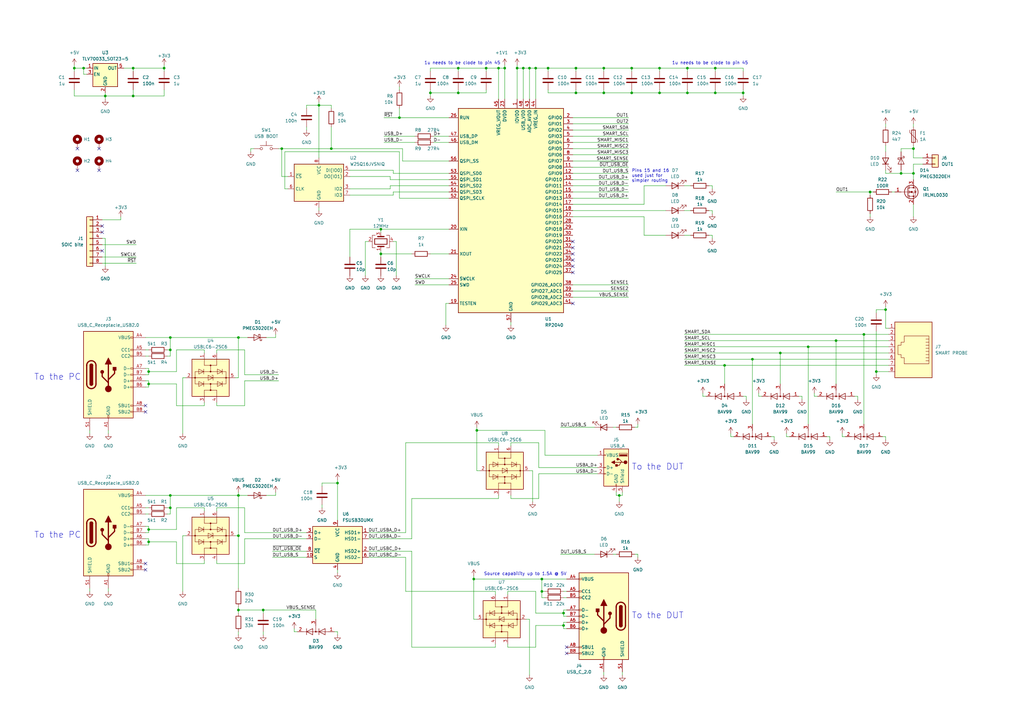
<source format=kicad_sch>
(kicad_sch (version 20211123) (generator eeschema)
  (paper "A3")
  (title_block (title "Latte") (date "2022-11-07") (rev "1.0") (company "Vojtěch Vosáhlo") (comment 1 "An open source USB latency tester"))
  (junction (at 297.18 149.86))
  (junction (at 43.18 39.37))
  (junction (at 270.51 27.94))
  (junction (at 236.22 38.1))
  (junction (at 293.37 38.1))
  (junction (at 331.47 142.24))
  (junction (at 138.43 198.12))
  (junction (at 207.01 27.94))
  (junction (at 187.96 38.1))
  (junction (at 224.79 27.94))
  (junction (at 247.65 38.1))
  (junction (at 69.85 208.28))
  (junction (at 247.65 27.94))
  (junction (at 107.95 250.19))
  (junction (at 222.25 242.57))
  (junction (at 217.17 27.94))
  (junction (at 304.8 38.1))
  (junction (at 194.31 237.49))
  (junction (at 156.21 93.98))
  (junction (at 60.96 157.48))
  (junction (at 156.21 104.14))
  (junction (at 195.58 176.53))
  (junction (at 236.22 27.94))
  (junction (at 369.57 71.12))
  (junction (at 34.29 27.94))
  (junction (at 281.94 38.1))
  (junction (at 359.41 152.4))
  (junction (at 259.08 27.94))
  (junction (at 320.04 144.78))
  (junction (at 176.53 38.1))
  (junction (at 354.33 137.16))
  (junction (at 231.14 251.46))
  (junction (at 163.83 48.26))
  (junction (at 374.65 71.12))
  (junction (at 69.85 138.43))
  (junction (at 60.96 152.4))
  (junction (at 342.9 139.7))
  (junction (at 54.61 39.37))
  (junction (at 69.85 143.51))
  (junction (at 204.47 27.94))
  (junction (at 212.09 27.94))
  (junction (at 199.39 27.94))
  (junction (at 254 203.2))
  (junction (at 97.79 203.2))
  (junction (at 281.94 27.94))
  (junction (at 214.63 27.94))
  (junction (at 69.85 203.2))
  (junction (at 308.61 147.32))
  (junction (at 356.87 78.74))
  (junction (at 54.61 27.94))
  (junction (at 135.89 60.96))
  (junction (at 293.37 27.94))
  (junction (at 363.22 127))
  (junction (at 97.79 250.19))
  (junction (at 259.08 38.1))
  (junction (at 67.31 27.94))
  (junction (at 60.96 222.25))
  (junction (at 187.96 27.94))
  (junction (at 222.25 237.49))
  (junction (at 30.48 27.94))
  (junction (at 97.79 219.71))
  (junction (at 231.14 256.54))
  (junction (at 219.71 27.94))
  (junction (at 60.96 217.17))
  (junction (at 270.51 38.1))
  (junction (at 97.79 138.43))
  (junction (at 374.65 60.96))
  (junction (at 130.81 43.18))
  (junction (at 115.57 60.96))
  (no_connect (at 31.75 60.96))
  (no_connect (at 234.95 101.6))
  (no_connect (at 59.69 231.14))
  (no_connect (at 234.95 109.22))
  (no_connect (at 59.69 233.68))
  (no_connect (at 41.91 102.87))
  (no_connect (at 59.69 166.37))
  (no_connect (at 234.95 124.46))
  (no_connect (at 232.41 267.97))
  (no_connect (at 40.64 60.96))
  (no_connect (at 234.95 104.14))
  (no_connect (at 234.95 99.06))
  (no_connect (at 40.64 69.85))
  (no_connect (at 232.41 265.43))
  (no_connect (at 41.91 95.25))
  (no_connect (at 234.95 106.68))
  (no_connect (at 234.95 111.76))
  (no_connect (at 31.75 69.85))
  (no_connect (at 59.69 168.91))
  (no_connect (at 41.91 92.71))
  (wire (pts (xy 161.29 71.12) (xy 161.29 69.85)))
  (wire (pts (xy 209.55 181.61) (xy 209.55 182.88)))
  (wire (pts (xy 160.02 76.2) (xy 160.02 77.47)))
  (wire (pts (xy 280.67 142.24) (xy 331.47 142.24)))
  (wire (pts (xy 229.87 227.33) (xy 243.84 227.33)))
  (wire (pts (xy 97.79 248.92) (xy 97.79 250.19)))
  (wire (pts (xy 363.22 180.34) (xy 363.22 179.07)))
  (wire (pts (xy 72.39 157.48) (xy 72.39 166.37)))
  (wire (pts (xy 311.15 162.56) (xy 311.15 161.29)))
  (wire (pts (xy 234.95 86.36) (xy 273.05 86.36)))
  (wire (pts (xy 222.25 237.49) (xy 194.31 237.49)))
  (wire (pts (xy 97.79 201.93) (xy 97.79 203.2)))
  (wire (pts (xy 292.1 86.36) (xy 292.1 87.63)))
  (wire (pts (xy 290.83 86.36) (xy 292.1 86.36)))
  (wire (pts (xy 161.29 99.06) (xy 162.56 99.06)))
  (wire (pts (xy 182.88 133.35) (xy 182.88 124.46)))
  (wire (pts (xy 194.31 237.49) (xy 194.31 254)))
  (wire (pts (xy 234.95 121.92) (xy 257.81 121.92)))
  (wire (pts (xy 317.5 179.07) (xy 316.23 179.07)))
  (wire (pts (xy 60.96 222.25) (xy 60.96 223.52)))
  (wire (pts (xy 176.53 39.37) (xy 176.53 38.1)))
  (wire (pts (xy 74.93 219.71) (xy 74.93 242.57)))
  (wire (pts (xy 88.9 229.87) (xy 88.9 231.14)))
  (wire (pts (xy 340.36 180.34) (xy 340.36 179.07)))
  (wire (pts (xy 59.69 223.52) (xy 60.96 223.52)))
  (wire (pts (xy 234.95 68.58) (xy 257.81 68.58)))
  (wire (pts (xy 288.29 162.56) (xy 288.29 161.29)))
  (wire (pts (xy 208.28 242.57) (xy 208.28 243.84)))
  (wire (pts (xy 168.91 226.06) (xy 168.91 265.43)))
  (wire (pts (xy 138.43 196.85) (xy 138.43 198.12)))
  (wire (pts (xy 209.55 132.08) (xy 209.55 133.35)))
  (wire (pts (xy 54.61 39.37) (xy 43.18 39.37)))
  (wire (pts (xy 378.46 64.77) (xy 374.65 64.77)))
  (wire (pts (xy 100.33 220.98) (xy 125.73 220.98)))
  (wire (pts (xy 113.03 138.43) (xy 109.22 138.43)))
  (wire (pts (xy 217.17 27.94) (xy 219.71 27.94)))
  (wire (pts (xy 351.79 162.56) (xy 350.52 162.56)))
  (wire (pts (xy 170.18 116.84) (xy 184.15 116.84)))
  (wire (pts (xy 300.99 179.07) (xy 299.72 179.07)))
  (wire (pts (xy 359.41 152.4) (xy 359.41 153.67)))
  (wire (pts (xy 72.39 166.37) (xy 83.82 166.37)))
  (wire (pts (xy 199.39 29.21) (xy 199.39 27.94)))
  (wire (pts (xy 356.87 80.01) (xy 356.87 78.74)))
  (wire (pts (xy 157.48 48.26) (xy 163.83 48.26)))
  (wire (pts (xy 328.93 163.83) (xy 328.93 162.56)))
  (wire (pts (xy 67.31 27.94) (xy 67.31 29.21)))
  (wire (pts (xy 203.2 264.16) (xy 203.2 265.43)))
  (wire (pts (xy 334.01 162.56) (xy 334.01 161.29)))
  (wire (pts (xy 160.02 72.39) (xy 160.02 73.66)))
  (wire (pts (xy 364.49 152.4) (xy 359.41 152.4)))
  (wire (pts (xy 59.69 208.28) (xy 60.96 208.28)))
  (wire (pts (xy 322.58 179.07) (xy 322.58 177.8)))
  (wire (pts (xy 247.65 275.59) (xy 247.65 276.86)))
  (wire (pts (xy 308.61 147.32) (xy 364.49 147.32)))
  (wire (pts (xy 363.22 127) (xy 363.22 134.62)))
  (wire (pts (xy 132.08 199.39) (xy 132.08 198.12)))
  (wire (pts (xy 236.22 27.94) (xy 236.22 29.21)))
  (wire (pts (xy 199.39 38.1) (xy 187.96 38.1)))
  (wire (pts (xy 72.39 222.25) (xy 72.39 231.14)))
  (wire (pts (xy 204.47 27.94) (xy 204.47 40.64)))
  (wire (pts (xy 161.29 78.74) (xy 184.15 78.74)))
  (wire (pts (xy 130.81 64.77) (xy 130.81 43.18)))
  (wire (pts (xy 234.95 63.5) (xy 257.81 63.5)))
  (wire (pts (xy 67.31 36.83) (xy 67.31 39.37)))
  (wire (pts (xy 114.3 60.96) (xy 115.57 60.96)))
  (wire (pts (xy 121.92 259.08) (xy 120.65 259.08)))
  (wire (pts (xy 207.01 26.67) (xy 207.01 27.94)))
  (wire (pts (xy 280.67 86.36) (xy 283.21 86.36)))
  (wire (pts (xy 331.47 142.24) (xy 331.47 173.99)))
  (wire (pts (xy 219.71 251.46) (xy 219.71 242.57)))
  (wire (pts (xy 130.81 43.18) (xy 125.73 43.18)))
  (wire (pts (xy 270.51 27.94) (xy 270.51 29.21)))
  (wire (pts (xy 214.63 27.94) (xy 217.17 27.94)))
  (wire (pts (xy 234.95 48.26) (xy 257.81 48.26)))
  (wire (pts (xy 270.51 27.94) (xy 281.94 27.94)))
  (wire (pts (xy 60.96 217.17) (xy 60.96 218.44)))
  (wire (pts (xy 72.39 152.4) (xy 72.39 143.51)))
  (wire (pts (xy 354.33 137.16) (xy 354.33 173.99)))
  (wire (pts (xy 335.28 162.56) (xy 334.01 162.56)))
  (wire (pts (xy 229.87 175.26) (xy 243.84 175.26)))
  (wire (pts (xy 88.9 165.1) (xy 88.9 166.37)))
  (wire (pts (xy 149.86 99.06) (xy 149.86 113.03)))
  (wire (pts (xy 261.62 227.33) (xy 261.62 228.6)))
  (wire (pts (xy 374.65 83.82) (xy 374.65 88.9)))
  (wire (pts (xy 207.01 27.94) (xy 207.01 40.64)))
  (wire (pts (xy 232.41 252.73) (xy 231.14 252.73)))
  (wire (pts (xy 157.48 58.42) (xy 170.18 58.42)))
  (wire (pts (xy 97.79 250.19) (xy 107.95 250.19)))
  (wire (pts (xy 280.67 149.86) (xy 297.18 149.86)))
  (wire (pts (xy 165.1 66.04) (xy 165.1 60.96)))
  (wire (pts (xy 374.65 64.77) (xy 374.65 60.96)))
  (wire (pts (xy 129.54 250.19) (xy 129.54 254)))
  (wire (pts (xy 59.69 153.67) (xy 60.96 153.67)))
  (wire (pts (xy 59.69 215.9) (xy 60.96 215.9)))
  (wire (pts (xy 363.22 59.69) (xy 363.22 62.23)))
  (wire (pts (xy 220.98 204.47) (xy 209.55 204.47)))
  (wire (pts (xy 116.84 77.47) (xy 118.11 77.47)))
  (wire (pts (xy 59.69 156.21) (xy 60.96 156.21)))
  (wire (pts (xy 234.95 53.34) (xy 257.81 53.34)))
  (wire (pts (xy 168.91 220.98) (xy 168.91 204.47)))
  (wire (pts (xy 151.13 226.06) (xy 168.91 226.06)))
  (wire (pts (xy 59.69 143.51) (xy 60.96 143.51)))
  (wire (pts (xy 320.04 144.78) (xy 364.49 144.78)))
  (wire (pts (xy 116.84 62.23) (xy 116.84 77.47)))
  (wire (pts (xy 107.95 250.19) (xy 129.54 250.19)))
  (wire (pts (xy 204.47 203.2) (xy 204.47 204.47)))
  (wire (pts (xy 182.88 124.46) (xy 184.15 124.46)))
  (wire (pts (xy 280.67 139.7) (xy 342.9 139.7)))
  (wire (pts (xy 215.9 254) (xy 217.17 254)))
  (wire (pts (xy 196.85 193.04) (xy 195.58 193.04)))
  (wire (pts (xy 223.52 186.69) (xy 223.52 176.53)))
  (wire (pts (xy 232.41 237.49) (xy 222.25 237.49)))
  (wire (pts (xy 68.58 146.05) (xy 69.85 146.05)))
  (wire (pts (xy 97.79 138.43) (xy 97.79 154.94)))
  (wire (pts (xy 156.21 93.98) (xy 184.15 93.98)))
  (wire (pts (xy 359.41 128.27) (xy 359.41 127)))
  (wire (pts (xy 280.67 144.78) (xy 320.04 144.78)))
  (wire (pts (xy 247.65 36.83) (xy 247.65 38.1)))
  (wire (pts (xy 363.22 50.8) (xy 363.22 52.07)))
  (wire (pts (xy 232.41 255.27) (xy 231.14 255.27)))
  (wire (pts (xy 234.95 58.42) (xy 257.81 58.42)))
  (wire (pts (xy 177.8 55.88) (xy 184.15 55.88)))
  (wire (pts (xy 72.39 231.14) (xy 83.82 231.14)))
  (wire (pts (xy 156.21 93.98) (xy 156.21 95.25)))
  (wire (pts (xy 163.83 62.23) (xy 116.84 62.23)))
  (wire (pts (xy 232.41 250.19) (xy 231.14 250.19)))
  (wire (pts (xy 292.1 96.52) (xy 292.1 97.79)))
  (wire (pts (xy 138.43 259.08) (xy 137.16 259.08)))
  (wire (pts (xy 125.73 218.44) (xy 100.33 218.44)))
  (wire (pts (xy 297.18 149.86) (xy 297.18 157.48)))
  (wire (pts (xy 36.83 241.3) (xy 36.83 242.57)))
  (wire (pts (xy 44.45 176.53) (xy 44.45 177.8)))
  (wire (pts (xy 234.95 55.88) (xy 257.81 55.88)))
  (wire (pts (xy 168.91 204.47) (xy 204.47 204.47)))
  (wire (pts (xy 328.93 162.56) (xy 327.66 162.56)))
  (wire (pts (xy 369.57 62.23) (xy 369.57 60.96)))
  (wire (pts (xy 299.72 179.07) (xy 299.72 177.8)))
  (wire (pts (xy 60.96 156.21) (xy 60.96 157.48)))
  (wire (pts (xy 231.14 256.54) (xy 219.71 256.54)))
  (wire (pts (xy 264.16 88.9) (xy 264.16 96.52)))
  (wire (pts (xy 254 205.74) (xy 254 203.2)))
  (wire (pts (xy 224.79 36.83) (xy 224.79 38.1)))
  (wire (pts (xy 60.96 151.13) (xy 60.96 152.4)))
  (wire (pts (xy 232.41 242.57) (xy 231.14 242.57)))
  (wire (pts (xy 130.81 41.91) (xy 130.81 43.18)))
  (wire (pts (xy 88.9 144.78) (xy 88.9 143.51)))
  (wire (pts (xy 59.69 151.13) (xy 60.96 151.13)))
  (wire (pts (xy 234.95 78.74) (xy 257.81 78.74)))
  (wire (pts (xy 292.1 76.2) (xy 292.1 77.47)))
  (wire (pts (xy 72.39 217.17) (xy 72.39 208.28)))
  (wire (pts (xy 168.91 265.43) (xy 203.2 265.43)))
  (wire (pts (xy 293.37 27.94) (xy 304.8 27.94)))
  (wire (pts (xy 30.48 27.94) (xy 34.29 27.94)))
  (wire (pts (xy 220.98 194.31) (xy 220.98 204.47)))
  (wire (pts (xy 135.89 43.18) (xy 135.89 44.45)))
  (wire (pts (xy 234.95 73.66) (xy 257.81 73.66)))
  (wire (pts (xy 293.37 38.1) (xy 293.37 36.83)))
  (wire (pts (xy 60.96 222.25) (xy 72.39 222.25)))
  (wire (pts (xy 135.89 52.07) (xy 135.89 60.96)))
  (wire (pts (xy 259.08 27.94) (xy 259.08 29.21)))
  (wire (pts (xy 369.57 60.96) (xy 374.65 60.96)))
  (wire (pts (xy 224.79 38.1) (xy 236.22 38.1)))
  (wire (pts (xy 217.17 193.04) (xy 218.44 193.04)))
  (wire (pts (xy 219.71 27.94) (xy 219.71 40.64)))
  (wire (pts (xy 160.02 77.47) (xy 143.51 77.47)))
  (wire (pts (xy 151.13 218.44) (xy 166.37 218.44)))
  (wire (pts (xy 223.52 242.57) (xy 222.25 242.57)))
  (wire (pts (xy 100.33 220.98) (xy 100.33 231.14)))
  (wire (pts (xy 30.48 29.21) (xy 30.48 27.94)))
  (wire (pts (xy 97.79 203.2) (xy 101.6 203.2)))
  (wire (pts (xy 252.73 203.2) (xy 254 203.2)))
  (wire (pts (xy 234.95 88.9) (xy 264.16 88.9)))
  (wire (pts (xy 270.51 36.83) (xy 270.51 38.1)))
  (wire (pts (xy 30.48 39.37) (xy 43.18 39.37)))
  (wire (pts (xy 236.22 36.83) (xy 236.22 38.1)))
  (wire (pts (xy 151.13 220.98) (xy 168.91 220.98)))
  (wire (pts (xy 161.29 71.12) (xy 184.15 71.12)))
  (wire (pts (xy 281.94 27.94) (xy 293.37 27.94)))
  (wire (pts (xy 374.65 67.31) (xy 374.65 71.12)))
  (wire (pts (xy 220.98 181.61) (xy 209.55 181.61)))
  (wire (pts (xy 234.95 71.12) (xy 257.81 71.12)))
  (wire (pts (xy 280.67 96.52) (xy 283.21 96.52)))
  (wire (pts (xy 304.8 38.1) (xy 304.8 39.37)))
  (wire (pts (xy 41.91 90.17) (xy 49.53 90.17)))
  (wire (pts (xy 100.33 143.51) (xy 100.33 153.67)))
  (wire (pts (xy 69.85 208.28) (xy 69.85 210.82)))
  (wire (pts (xy 259.08 38.1) (xy 270.51 38.1)))
  (wire (pts (xy 96.52 219.71) (xy 97.79 219.71)))
  (wire (pts (xy 270.51 38.1) (xy 281.94 38.1)))
  (wire (pts (xy 97.79 260.35) (xy 97.79 259.08)))
  (wire (pts (xy 306.07 163.83) (xy 306.07 162.56)))
  (wire (pts (xy 163.83 48.26) (xy 184.15 48.26)))
  (wire (pts (xy 219.71 256.54) (xy 219.71 265.43)))
  (wire (pts (xy 54.61 36.83) (xy 54.61 39.37)))
  (wire (pts (xy 247.65 27.94) (xy 259.08 27.94)))
  (wire (pts (xy 234.95 81.28) (xy 257.81 81.28)))
  (wire (pts (xy 255.27 275.59) (xy 255.27 276.86)))
  (wire (pts (xy 236.22 38.1) (xy 247.65 38.1)))
  (wire (pts (xy 68.58 208.28) (xy 69.85 208.28)))
  (wire (pts (xy 245.11 186.69) (xy 223.52 186.69)))
  (wire (pts (xy 259.08 36.83) (xy 259.08 38.1)))
  (wire (pts (xy 194.31 236.22) (xy 194.31 237.49)))
  (wire (pts (xy 163.83 44.45) (xy 163.83 48.26)))
  (wire (pts (xy 363.22 69.85) (xy 363.22 71.12)))
  (wire (pts (xy 195.58 175.26) (xy 195.58 176.53)))
  (wire (pts (xy 264.16 96.52) (xy 273.05 96.52)))
  (wire (pts (xy 163.83 81.28) (xy 163.83 62.23)))
  (wire (pts (xy 231.14 250.19) (xy 231.14 251.46)))
  (wire (pts (xy 44.45 241.3) (xy 44.45 242.57)))
  (wire (pts (xy 176.53 36.83) (xy 176.53 38.1)))
  (wire (pts (xy 261.62 173.99) (xy 261.62 175.26)))
  (wire (pts (xy 187.96 38.1) (xy 176.53 38.1)))
  (wire (pts (xy 356.87 87.63) (xy 356.87 88.9)))
  (wire (pts (xy 356.87 78.74) (xy 358.14 78.74)))
  (wire (pts (xy 97.79 138.43) (xy 101.6 138.43)))
  (wire (pts (xy 113.03 137.16) (xy 113.03 138.43)))
  (wire (pts (xy 74.93 154.94) (xy 74.93 177.8)))
  (wire (pts (xy 254 203.2) (xy 255.27 203.2)))
  (wire (pts (xy 97.79 250.19) (xy 97.79 251.46)))
  (wire (pts (xy 67.31 26.67) (xy 67.31 27.94)))
  (wire (pts (xy 281.94 36.83) (xy 281.94 38.1)))
  (wire (pts (xy 100.33 156.21) (xy 100.33 166.37)))
  (wire (pts (xy 232.41 245.11) (xy 231.14 245.11)))
  (wire (pts (xy 125.73 53.34) (xy 125.73 52.07)))
  (wire (pts (xy 83.82 166.37) (xy 83.82 165.1)))
  (wire (pts (xy 162.56 99.06) (xy 162.56 113.03)))
  (wire (pts (xy 212.09 27.94) (xy 214.63 27.94)))
  (wire (pts (xy 68.58 210.82) (xy 69.85 210.82)))
  (wire (pts (xy 68.58 143.51) (xy 69.85 143.51)))
  (wire (pts (xy 60.96 152.4) (xy 72.39 152.4)))
  (wire (pts (xy 88.9 209.55) (xy 88.9 208.28)))
  (wire (pts (xy 138.43 233.68) (xy 138.43 234.95)))
  (wire (pts (xy 102.87 60.96) (xy 102.87 62.23)))
  (wire (pts (xy 255.27 201.93) (xy 255.27 203.2)))
  (wire (pts (xy 115.57 72.39) (xy 118.11 72.39)))
  (wire (pts (xy 207.01 27.94) (xy 204.47 27.94)))
  (wire (pts (xy 59.69 210.82) (xy 60.96 210.82)))
  (wire (pts (xy 100.33 156.21) (xy 114.3 156.21)))
  (wire (pts (xy 354.33 137.16) (xy 364.49 137.16)))
  (wire (pts (xy 187.96 27.94) (xy 199.39 27.94)))
  (wire (pts (xy 297.18 149.86) (xy 364.49 149.86)))
  (wire (pts (xy 143.51 93.98) (xy 156.21 93.98)))
  (wire (pts (xy 160.02 76.2) (xy 184.15 76.2)))
  (wire (pts (xy 312.42 162.56) (xy 311.15 162.56)))
  (wire (pts (xy 166.37 242.57) (xy 203.2 242.57)))
  (wire (pts (xy 138.43 198.12) (xy 138.43 213.36)))
  (wire (pts (xy 208.28 265.43) (xy 208.28 264.16)))
  (wire (pts (xy 222.25 242.57) (xy 222.25 245.11)))
  (wire (pts (xy 176.53 104.14) (xy 184.15 104.14)))
  (wire (pts (xy 204.47 27.94) (xy 199.39 27.94)))
  (wire (pts (xy 55.88 105.41) (xy 41.91 105.41)))
  (wire (pts (xy 163.83 35.56) (xy 163.83 36.83)))
  (wire (pts (xy 43.18 109.22) (xy 43.18 97.79)))
  (wire (pts (xy 217.17 27.94) (xy 217.17 40.64)))
  (wire (pts (xy 260.35 175.26) (xy 261.62 175.26)))
  (wire (pts (xy 60.96 217.17) (xy 72.39 217.17)))
  (wire (pts (xy 369.57 69.85) (xy 369.57 71.12)))
  (wire (pts (xy 247.65 29.21) (xy 247.65 27.94)))
  (wire (pts (xy 308.61 147.32) (xy 308.61 173.99)))
  (wire (pts (xy 363.22 71.12) (xy 369.57 71.12)))
  (wire (pts (xy 166.37 181.61) (xy 204.47 181.61)))
  (wire (pts (xy 290.83 76.2) (xy 292.1 76.2)))
  (wire (pts (xy 293.37 27.94) (xy 293.37 29.21)))
  (wire (pts (xy 135.89 43.18) (xy 130.81 43.18)))
  (wire (pts (xy 251.46 175.26) (xy 252.73 175.26)))
  (wire (pts (xy 50.8 27.94) (xy 54.61 27.94)))
  (wire (pts (xy 135.89 60.96) (xy 115.57 60.96)))
  (wire (pts (xy 166.37 228.6) (xy 151.13 228.6)))
  (wire (pts (xy 234.95 76.2) (xy 257.81 76.2)))
  (wire (pts (xy 107.95 250.19) (xy 107.95 251.46)))
  (wire (pts (xy 69.85 138.43) (xy 97.79 138.43)))
  (wire (pts (xy 374.65 71.12) (xy 374.65 73.66)))
  (wire (pts (xy 346.71 179.07) (xy 345.44 179.07)))
  (wire (pts (xy 234.95 83.82) (xy 264.16 83.82)))
  (wire (pts (xy 49.53 88.9) (xy 49.53 90.17)))
  (wire (pts (xy 100.33 153.67) (xy 114.3 153.67)))
  (wire (pts (xy 304.8 38.1) (xy 304.8 36.83)))
  (wire (pts (xy 224.79 29.21) (xy 224.79 27.94)))
  (wire (pts (xy 30.48 36.83) (xy 30.48 39.37)))
  (wire (pts (xy 54.61 27.94) (xy 67.31 27.94)))
  (wire (pts (xy 187.96 27.94) (xy 176.53 27.94)))
  (wire (pts (xy 212.09 40.64) (xy 212.09 27.94)))
  (wire (pts (xy 351.79 163.83) (xy 351.79 162.56)))
  (wire (pts (xy 83.82 143.51) (xy 83.82 144.78)))
  (wire (pts (xy 306.07 162.56) (xy 304.8 162.56)))
  (wire (pts (xy 281.94 27.94) (xy 281.94 29.21)))
  (wire (pts (xy 323.85 179.07) (xy 322.58 179.07)))
  (wire (pts (xy 113.03 203.2) (xy 109.22 203.2)))
  (wire (pts (xy 55.88 107.95) (xy 41.91 107.95)))
  (wire (pts (xy 143.51 80.01) (xy 161.29 80.01)))
  (wire (pts (xy 83.82 208.28) (xy 83.82 209.55)))
  (wire (pts (xy 156.21 102.87) (xy 156.21 104.14)))
  (wire (pts (xy 232.41 257.81) (xy 231.14 257.81)))
  (wire (pts (xy 378.46 67.31) (xy 374.65 67.31)))
  (wire (pts (xy 111.76 226.06) (xy 125.73 226.06)))
  (wire (pts (xy 317.5 180.34) (xy 317.5 179.07)))
  (wire (pts (xy 130.81 85.09) (xy 130.81 86.36)))
  (wire (pts (xy 160.02 73.66) (xy 184.15 73.66)))
  (wire (pts (xy 342.9 78.74) (xy 356.87 78.74)))
  (wire (pts (xy 60.96 220.98) (xy 60.96 222.25)))
  (wire (pts (xy 156.21 104.14) (xy 156.21 105.41)))
  (wire (pts (xy 293.37 38.1) (xy 304.8 38.1)))
  (wire (pts (xy 165.1 66.04) (xy 184.15 66.04)))
  (wire (pts (xy 231.14 251.46) (xy 219.71 251.46)))
  (wire (pts (xy 35.56 30.48) (xy 34.29 30.48)))
  (wire (pts (xy 222.25 237.49) (xy 222.25 242.57)))
  (wire (pts (xy 195.58 254) (xy 194.31 254)))
  (wire (pts (xy 374.65 59.69) (xy 374.65 60.96)))
  (wire (pts (xy 97.79 219.71) (xy 97.79 241.3)))
  (wire (pts (xy 247.65 38.1) (xy 259.08 38.1)))
  (wire (pts (xy 219.71 27.94) (xy 224.79 27.94)))
  (wire (pts (xy 59.69 203.2) (xy 69.85 203.2)))
  (wire (pts (xy 113.03 201.93) (xy 113.03 203.2)))
  (wire (pts (xy 111.76 228.6) (xy 125.73 228.6)))
  (wire (pts (xy 163.83 81.28) (xy 184.15 81.28)))
  (wire (pts (xy 76.2 219.71) (xy 74.93 219.71)))
  (wire (pts (xy 280.67 137.16) (xy 354.33 137.16)))
  (wire (pts (xy 72.39 208.28) (xy 83.82 208.28)))
  (wire (pts (xy 165.1 60.96) (xy 135.89 60.96)))
  (wire (pts (xy 363.22 179.07) (xy 361.95 179.07)))
  (wire (pts (xy 76.2 154.94) (xy 74.93 154.94)))
  (wire (pts (xy 365.76 78.74) (xy 367.03 78.74)))
  (wire (pts (xy 203.2 243.84) (xy 203.2 242.57)))
  (wire (pts (xy 359.41 135.89) (xy 359.41 152.4)))
  (wire (pts (xy 166.37 242.57) (xy 166.37 228.6)))
  (wire (pts (xy 59.69 158.75) (xy 60.96 158.75)))
  (wire (pts (xy 138.43 260.35) (xy 138.43 259.08)))
  (wire (pts (xy 304.8 27.94) (xy 304.8 29.21)))
  (wire (pts (xy 59.69 146.05) (xy 60.96 146.05)))
  (wire (pts (xy 60.96 152.4) (xy 60.96 153.67)))
  (wire (pts (xy 36.83 176.53) (xy 36.83 177.8)))
  (wire (pts (xy 166.37 218.44) (xy 166.37 181.61)))
  (wire (pts (xy 204.47 182.88) (xy 204.47 181.61)))
  (wire (pts (xy 195.58 176.53) (xy 223.52 176.53)))
  (wire (pts (xy 236.22 27.94) (xy 247.65 27.94)))
  (wire (pts (xy 234.95 60.96) (xy 257.81 60.96)))
  (wire (pts (xy 69.85 203.2) (xy 97.79 203.2)))
  (wire (pts (xy 67.31 39.37) (xy 54.61 39.37)))
  (wire (pts (xy 289.56 162.56) (xy 288.29 162.56)))
  (wire (pts (xy 252.73 201.93) (xy 252.73 203.2)))
  (wire (pts (xy 359.41 127) (xy 363.22 127)))
  (wire (pts (xy 60.96 157.48) (xy 60.96 158.75)))
  (wire (pts (xy 170.18 114.3) (xy 184.15 114.3)))
  (wire (pts (xy 34.29 27.94) (xy 35.56 27.94)))
  (wire (pts (xy 259.08 27.94) (xy 270.51 27.94)))
  (wire (pts (xy 220.98 191.77) (xy 220.98 181.61)))
  (wire (pts (xy 234.95 119.38) (xy 257.81 119.38)))
  (wire (pts (xy 224.79 27.94) (xy 236.22 27.94)))
  (wire (pts (xy 342.9 139.7) (xy 342.9 157.48)))
  (wire (pts (xy 177.8 58.42) (xy 184.15 58.42)))
  (wire (pts (xy 72.39 143.51) (xy 83.82 143.51)))
  (wire (pts (xy 125.73 43.18) (xy 125.73 44.45)))
  (wire (pts (xy 100.33 166.37) (xy 88.9 166.37)))
  (wire (pts (xy 260.35 227.33) (xy 261.62 227.33)))
  (wire (pts (xy 290.83 96.52) (xy 292.1 96.52)))
  (wire (pts (xy 374.65 50.8) (xy 374.65 52.07)))
  (wire (pts (xy 34.29 30.48) (xy 34.29 27.94)))
  (wire (pts (xy 100.33 208.28) (xy 100.33 218.44)))
  (wire (pts (xy 187.96 29.21) (xy 187.96 27.94)))
  (wire (pts (xy 107.95 259.08) (xy 107.95 260.35)))
  (wire (pts (xy 43.18 39.37) (xy 43.18 40.64)))
  (wire (pts (xy 43.18 39.37) (xy 43.18 38.1)))
  (wire (pts (xy 220.98 191.77) (xy 245.11 191.77)))
  (wire (pts (xy 187.96 36.83) (xy 187.96 38.1)))
  (wire (pts (xy 209.55 204.47) (xy 209.55 203.2)))
  (wire (pts (xy 218.44 193.04) (xy 218.44 205.74)))
  (wire (pts (xy 55.88 100.33) (xy 41.91 100.33)))
  (wire (pts (xy 54.61 27.94) (xy 54.61 29.21)))
  (wire (pts (xy 363.22 134.62) (xy 364.49 134.62)))
  (wire (pts (xy 231.14 251.46) (xy 231.14 252.73)))
  (wire (pts (xy 69.85 138.43) (xy 69.85 143.51)))
  (wire (pts (xy 97.79 203.2) (xy 97.79 219.71)))
  (wire (pts (xy 281.94 38.1) (xy 293.37 38.1)))
  (wire (pts (xy 157.48 55.88) (xy 170.18 55.88)))
  (wire (pts (xy 369.57 71.12) (xy 374.65 71.12)))
  (wire (pts (xy 161.29 69.85) (xy 143.51 69.85)))
  (wire (pts (xy 234.95 116.84) (xy 257.81 116.84)))
  (wire (pts (xy 59.69 138.43) (xy 69.85 138.43)))
  (wire (pts (xy 60.96 215.9) (xy 60.96 217.17)))
  (wire (pts (xy 120.65 259.08) (xy 120.65 257.81)))
  (wire (pts (xy 156.21 104.14) (xy 168.91 104.14)))
  (wire (pts (xy 151.13 99.06) (xy 149.86 99.06)))
  (wire (pts (xy 280.67 147.32) (xy 308.61 147.32)))
  (wire (pts (xy 176.53 29.21) (xy 176.53 27.94)))
  (wire (pts (xy 320.04 144.78) (xy 320.04 157.48)))
  (wire (pts (xy 223.52 245.11) (xy 222.25 245.11)))
  (wire (pts (xy 115.57 60.96) (xy 115.57 72.39)))
  (wire (pts (xy 43.18 97.79) (xy 41.91 97.79)))
  (wire (pts (xy 342.9 139.7) (xy 364.49 139.7)))
  (wire (pts (xy 331.47 142.24) (xy 364.49 142.24)))
  (wire (pts (xy 143.51 105.41) (xy 143.51 93.98)))
  (wire (pts (xy 132.08 208.28) (xy 132.08 207.01)))
  (wire (pts (xy 199.39 36.83) (xy 199.39 38.1)))
  (wire (pts (xy 219.71 242.57) (xy 208.28 242.57)))
  (wire (pts (xy 214.63 27.94) (xy 214.63 40.64)))
  (wire (pts (xy 143.51 72.39) (xy 160.02 72.39)))
  (wire (pts (xy 30.48 26.67) (xy 30.48 27.94)))
  (wire (pts (xy 234.95 50.8) (xy 257.81 50.8)))
  (wire (pts (xy 345.44 179.07) (xy 345.44 177.8)))
  (wire (pts (xy 231.14 255.27) (xy 231.14 256.54)))
  (wire (pts (xy 231.14 256.54) (xy 231.14 257.81)))
  (wire (pts (xy 100.33 208.28) (xy 88.9 208.28)))
  (wire (pts (xy 161.29 80.01) (xy 161.29 78.74)))
  (wire (pts (xy 100.33 143.51) (xy 88.9 143.51)))
  (wire (pts (xy 220.98 194.31) (xy 245.11 194.31)))
  (wire (pts (xy 280.67 76.2) (xy 283.21 76.2)))
  (wire (pts (xy 264.16 76.2) (xy 273.05 76.2)))
  (wire (pts (xy 59.69 218.44) (xy 60.96 218.44)))
  (wire (pts (xy 69.85 143.51) (xy 69.85 146.05)))
  (wire (pts (xy 69.85 203.2) (xy 69.85 208.28)))
  (wire (pts (xy 59.69 220.98) (xy 60.96 220.98)))
  (wire (pts (xy 96.52 154.94) (xy 97.79 154.94)))
  (wire (pts (xy 363.22 125.73) (xy 363.22 127)))
  (wire (pts (xy 195.58 176.53) (xy 195.58 193.04)))
  (wire (pts (xy 100.33 231.14) (xy 88.9 231.14)))
  (wire (pts (xy 217.17 254) (xy 217.17 276.86)))
  (wire (pts (xy 60.96 157.48) (xy 72.39 157.48)))
  (wire (pts (xy 212.09 26.67) (xy 212.09 27.94)))
  (wire (pts (xy 264.16 83.82) (xy 264.16 76.2)))
  (wire (pts (xy 132.08 198.12) (xy 138.43 198.12)))
  (wire (pts (xy 83.82 231.14) (xy 83.82 229.87)))
  (wire (pts (xy 104.14 60.96) (xy 102.87 60.96)))
  (wire (pts (xy 340.36 179.07) (xy 339.09 179.07)))
  (wire (pts (xy 219.71 265.43) (xy 208.28 265.43)))
  (wire (pts (xy 251.46 227.33) (xy 252.73 227.33)))
  (wire (pts (xy 234.95 66.04) (xy 257.81 66.04)))
  (text "1u needs to be clode to pin 45\n" (at 275.59 26.67 0) (effects (font (size 1.27 1.27)) (justify left bottom)))
  (text "To the PC" (at 13.97 156.21 0) (effects (font (size 2.54 2.54)) (justify left bottom)))
  (text "Pins 15 and 16\nused just for\nsimpler routing\n" (at 259.08 74.93 0) (effects (font (size 1.27 1.27)) (justify left bottom)))
  (text "Source capability up to 1.5A @ 5V" (at 232.41 236.22 180) (effects (font (size 1.27 1.27)) (justify right bottom)))
  (text "1u needs to be clode to pin 45\n" (at 173.99 26.67 0) (effects (font (size 1.27 1.27)) (justify left bottom)))
  (text "To the DUT" (at 259.08 193.04 0) (effects (font (size 2.54 2.54)) (justify left bottom)))
  (text "To the PC" (at 13.97 220.98 0) (effects (font (size 2.54 2.54)) (justify left bottom)))
  (text "To the DUT" (at 259.08 254 0) (effects (font (size 2.54 2.54)) (justify left bottom)))
  (label "DUT_USB_D+" (at 257.81 81.28 180))
  (label "DUT_USB_S" (at 229.87 175.26 0))
  (label "SMART_SDA" (at 257.81 53.34 180))
  (label "USB_D-" (at 114.3 153.67 180))
  (label "SMART_MISC3" (at 257.81 63.5 180))
  (label "SMART_MISC1" (at 280.67 142.24 0))
  (label "SENSE2" (at 257.81 119.38 180))
  (label "SMART_SCL" (at 257.81 55.88 180))
  (label "D-" (at 177.8 58.42 0))
  (label "~{RST}" (at 55.88 107.95 180))
  (label "USB_D+" (at 157.48 55.88 0))
  (label "DUT_USBC_D+" (at 151.13 226.06 0))
  (label "SMART_MISC3" (at 280.67 147.32 0))
  (label "SMART_SENSE" (at 257.81 66.04 180))
  (label "SMART_MISC2" (at 280.67 144.78 0))
  (label "USB_D+" (at 114.3 156.21 180))
  (label "SWD" (at 170.18 116.84 0))
  (label "~{DUT_USB_OE}" (at 257.81 68.58 180))
  (label "DUT_USBC_D-" (at 151.13 228.6 0))
  (label "SENSE1" (at 257.81 116.84 180))
  (label "USBA_D+" (at 245.11 191.77 180))
  (label "DUT_USB_S" (at 257.81 71.12 180))
  (label "SWD" (at 55.88 100.33 180))
  (label "USB_D-" (at 157.48 58.42 0))
  (label "USBA_D-" (at 245.11 194.31 180))
  (label "SWCLK" (at 55.88 105.41 180))
  (label "SMART_MISC2" (at 257.81 60.96 180))
  (label "DUT_USB_S" (at 111.76 228.6 0))
  (label "VBUS_SENSE" (at 257.81 121.92 180))
  (label "D+" (at 177.8 55.88 0))
  (label "~{DUT_USB_OE}" (at 111.76 226.06 0))
  (label "DUT_USB_D-" (at 257.81 76.2 180))
  (label "OUT2" (at 257.81 50.8 180))
  (label "OUT1" (at 342.9 78.74 0))
  (label "DUT_USB_D+" (at 257.81 73.66 180))
  (label "SMART_SCL" (at 280.67 139.7 0))
  (label "DUT_USB_D+" (at 111.76 218.44 0))
  (label "SMART_MISC1" (at 257.81 58.42 180))
  (label "DUT_USB_S" (at 229.87 227.33 0))
  (label "~{RST}" (at 157.48 48.26 0))
  (label "SMART_SDA" (at 280.67 137.16 0))
  (label "SMART_SENSE" (at 280.67 149.86 0))
  (label "OUT1" (at 257.81 48.26 180))
  (label "DUT_USBA_D+" (at 151.13 218.44 0))
  (label "DUT_USBA_D-" (at 151.13 220.98 0))
  (label "DUT_USB_D-" (at 111.76 220.98 0))
  (label "DUT_USB_D-" (at 257.81 78.74 180))
  (label "SWCLK" (at 170.18 114.3 0))
  (label "VBUS_SENSE" (at 129.54 250.19 180))
  (symbol (lib_id "Device:C") (at 143.51 109.22 0) (unit 1)
    (property "Reference" "C5" (at 146.05 107.95 0) (effects (justify left)))
    (property "Value" "10p" (at 146.05 110.49 0) (effects (justify left)))
    (property "Footprint" "Capacitor_SMD:C_0603_1608Metric" (effects hide))
  )
  (symbol (lib_id "Regulator_Linear:TLV70033_SOT23-5") (at 43.18 30.48 0) (unit 1)
    (property "Reference" "U3" (at 43.18 21.59 0))
    (property "Value" "TLV70033_SOT23-5" (at 43.18 24.13 0))
    (property "Footprint" "Package_TO_SOT_SMD:SOT-23-5" (effects hide))
    (property "Datasheet" "http://www.ti.com/lit/ds/symlink/tlv700.pdf" (effects hide))
  )
  (symbol (lib_id "power:GND") (at 36.83 242.57 0) (mirror y) (unit 1)
    (property "Reference" "#PWR0125" (effects hide))
    (property "Value" "GND" (at 36.83 247.65 0))
  )
  (symbol (lib_id "Device:R") (at 287.02 96.52 90) (unit 1)
    (property "Reference" "R19" (at 287.02 91.44 90))
    (property "Value" "1k" (at 287.02 93.98 90))
    (property "Footprint" "Resistor_SMD:R_0603_1608Metric" (effects hide))
  )
  (symbol (lib_id "Diode:PMEG3020EH") (at 369.57 66.04 270) (unit 1)
    (property "Reference" "D14" (at 377.19 69.85 90) (effects (justify left)))
    (property "Value" "PMEG3020EH" (at 377.19 72.39 90) (effects (justify left)))
    (property "Footprint" "Diode_SMD:D_SOD-123F" (effects hide))
    (property "Datasheet" "https://assets.nexperia.com/documents/data-sheet/PMEG3020EH_EJ.pdf" (effects hide))
  )
  (symbol (lib_id "power:GND") (at 102.87 62.23 0) (mirror y) (unit 1)
    (property "Reference" "#PWR0134" (effects hide))
    (property "Value" "GND" (at 102.87 67.31 0))
  )
  (symbol (lib_id "power:VBUS") (at 97.79 201.93 0) (unit 1)
    (property "Reference" "#PWR0110" (effects hide))
    (property "Value" "VBUS" (at 97.79 196.85 0))
  )
  (symbol (lib_id "onsemi:FSUSB30UMX") (at 138.43 223.52 0) (unit 1)
    (property "Reference" "U6" (at 140.4494 210.82 0) (effects (justify left)))
    (property "Value" "FSUSB30UMX" (at 140.4494 213.36 0) (effects (justify left)))
    (property "Footprint" "Package_DFN_QFN:UQFN-10_1.3x1.8mm_P0.4mm" (effects hide))
  )
  (symbol (lib_id "Transistor_FET:IRLML0030") (at 372.11 78.74 0) (unit 1)
    (property "Reference" "Q1" (at 378.46 77.4699 0) (effects (justify left)))
    (property "Value" "IRLML0030" (at 378.46 80.0099 0) (effects (justify left)))
    (property "Footprint" "Package_TO_SOT_SMD:SOT-23" (effects hide))
    (property "Datasheet" "https://www.infineon.com/dgdl/irlml0030pbf.pdf?fileId=5546d462533600a401535664773825df" (effects hide))
  )
  (symbol (lib_id "Device:C") (at 30.48 33.02 0) (mirror x) (unit 1)
    (property "Reference" "C1" (at 26.67 31.7499 0) (effects (justify right)))
    (property "Value" "1u" (at 26.67 34.2899 0) (effects (justify right)))
    (property "Footprint" "Capacitor_SMD:C_0603_1608Metric" (effects hide))
  )
  (symbol (lib_id "power:+3V3") (at 363.22 125.73 0) (unit 1)
    (property "Reference" "#PWR0142" (effects hide))
    (property "Value" "+3V3" (at 363.22 120.65 0))
  )
  (symbol (lib_id "Device:C") (at 247.65 33.02 0) (unit 1)
    (property "Reference" "C12" (at 251.46 31.7499 0) (effects (justify left)))
    (property "Value" "100n" (at 251.46 34.2899 0) (effects (justify left)))
    (property "Footprint" "Capacitor_SMD:C_0603_1608Metric" (effects hide))
  )
  (symbol (lib_id "power:GND") (at 107.95 260.35 0) (mirror y) (unit 1)
    (property "Reference" "#PWR0141" (effects hide))
    (property "Value" "GND" (at 107.95 265.43 0))
  )
  (symbol (lib_id "power:GND") (at 340.36 180.34 0) (mirror y) (unit 1)
    (property "Reference" "#PWR0146" (effects hide))
    (property "Value" "GND" (at 340.36 185.42 0))
  )
  (symbol (lib_id "power:+1V1") (at 207.01 26.67 0) (mirror y) (unit 1)
    (property "Reference" "#PWR0108" (effects hide))
    (property "Value" "+1V1" (at 205.74 21.59 0))
  )
  (symbol (lib_id "Device:C") (at 270.51 33.02 0) (unit 1)
    (property "Reference" "C14" (at 274.32 31.7499 0) (effects (justify left)))
    (property "Value" "100n" (at 274.32 34.2899 0) (effects (justify left)))
    (property "Footprint" "Capacitor_SMD:C_0603_1608Metric" (effects hide))
  )
  (symbol (lib_id "power:GND") (at 356.87 88.9 0) (mirror y) (unit 1)
    (property "Reference" "#PWR010" (effects hide))
    (property "Value" "GND" (at 356.87 93.98 0))
  )
  (symbol (lib_id "MCU_RaspberryPi:RP2040") (at 209.55 86.36 0) (unit 1)
    (property "Reference" "U1" (at 223.52 130.81 0) (effects (justify left)))
    (property "Value" "RP2040" (at 223.52 133.35 0) (effects (justify left)))
    (property "Footprint" "Package_DFN_QFN:QFN-56-1EP_7x7mm_P0.4mm_EP3.2x3.2mm" (effects hide))
    (property "Datasheet" "https://datasheets.raspberrypi.com/rp2040/rp2040-datasheet.pdf" (effects hide))
  )
  (symbol (lib_id "Device:R") (at 64.77 146.05 270) (mirror x) (unit 1)
    (property "Reference" "R4" (at 67.31 148.59 90))
    (property "Value" "5k1" (at 62.23 148.59 90))
    (property "Footprint" "Resistor_SMD:R_0603_1608Metric" (effects hide))
  )
  (symbol (lib_id "Power_Protection:USBLC6-2SC6") (at 86.36 154.94 270) (unit 1)
    (property "Reference" "U4" (at 86.36 139.7 90))
    (property "Value" "USBLC6-2SC6" (at 86.36 142.24 90))
    (property "Footprint" "Package_TO_SOT_SMD:SOT-23-6" (effects hide))
    (property "Datasheet" "https://www.st.com/resource/en/datasheet/usblc6-2.pdf" (effects hide))
  )
  (symbol (lib_id "Device:R") (at 287.02 76.2 90) (unit 1)
    (property "Reference" "R17" (at 287.02 71.12 90))
    (property "Value" "1k" (at 287.02 73.66 90))
    (property "Footprint" "Resistor_SMD:R_0603_1608Metric" (effects hide))
  )
  (symbol (lib_id "power:GND") (at 44.45 177.8 0) (mirror y) (unit 1)
    (property "Reference" "#PWR0126" (effects hide))
    (property "Value" "GND" (at 44.45 182.88 0))
  )
  (symbol (lib_id "power:GND") (at 306.07 163.83 0) (mirror y) (unit 1)
    (property "Reference" "#PWR0154" (effects hide))
    (property "Value" "GND" (at 306.07 168.91 0))
  )
  (symbol (lib_id "Device:C") (at 54.61 33.02 0) (unit 1)
    (property "Reference" "C2" (at 58.42 31.7499 0) (effects (justify left)))
    (property "Value" "100n" (at 58.42 34.2899 0) (effects (justify left)))
    (property "Footprint" "Capacitor_SMD:C_0603_1608Metric" (effects hide))
  )
  (symbol (lib_id "Power_Protection:USBLC6-2SC6") (at 86.36 219.71 270) (unit 1)
    (property "Reference" "U5" (at 86.36 204.47 90))
    (property "Value" "USBLC6-2SC6" (at 86.36 207.01 90))
    (property "Footprint" "Package_TO_SOT_SMD:SOT-23-6" (effects hide))
    (property "Datasheet" "https://www.st.com/resource/en/datasheet/usblc6-2.pdf" (effects hide))
  )
  (symbol (lib_id "Device:R") (at 135.89 48.26 0) (unit 1)
    (property "Reference" "R5" (at 138.43 46.9899 0) (effects (justify left)))
    (property "Value" "10k" (at 138.43 49.5299 0) (effects (justify left)))
    (property "Footprint" "Resistor_SMD:R_0603_1608Metric" (effects hide))
  )
  (symbol (lib_id "Diode:BAV99") (at 308.61 179.07 180) (unit 1)
    (property "Reference" "D11" (at 308.61 182.88 0))
    (property "Value" "BAV99" (at 308.61 185.42 0))
    (property "Footprint" "Package_TO_SOT_SMD:SOT-23" (effects hide))
    (property "Datasheet" "https://assets.nexperia.com/documents/data-sheet/BAV99_SER.pdf" (effects hide))
  )
  (symbol (lib_id "power:GND") (at 254 205.74 0) (unit 1)
    (property "Reference" "#PWR0120" (effects hide))
    (property "Value" "GND" (at 254 210.82 0))
  )
  (symbol (lib_id "Device:C") (at 107.95 255.27 0) (unit 1)
    (property "Reference" "C19" (at 111.76 253.9999 0) (effects (justify left)))
    (property "Value" "100n" (at 111.76 256.5399 0) (effects (justify left)))
    (property "Footprint" "Capacitor_SMD:C_0603_1608Metric" (effects hide))
  )
  (symbol (lib_id "Device:C") (at 125.73 48.26 0) (mirror y) (unit 1)
    (property "Reference" "C4" (at 121.92 46.9899 0) (effects (justify left)))
    (property "Value" "100n" (at 121.92 49.5299 0) (effects (justify left)))
    (property "Footprint" "Capacitor_SMD:C_0603_1608Metric" (effects hide))
  )
  (symbol (lib_id "Diode:BAV99") (at 342.9 162.56 180) (unit 1)
    (property "Reference" "D16" (at 342.9 166.37 0))
    (property "Value" "BAV99" (at 342.9 168.91 0))
    (property "Footprint" "Package_TO_SOT_SMD:SOT-23" (effects hide))
    (property "Datasheet" "https://assets.nexperia.com/documents/data-sheet/BAV99_SER.pdf" (effects hide))
  )
  (symbol (lib_id "Device:R") (at 256.54 175.26 90) (unit 1)
    (property "Reference" "R15" (at 256.54 170.18 90))
    (property "Value" "1k" (at 256.54 172.72 90))
    (property "Footprint" "Resistor_SMD:R_0603_1608Metric" (effects hide))
  )
  (symbol (lib_id "Device:C") (at 176.53 33.02 0) (mirror y) (unit 1)
    (property "Reference" "C7" (at 172.72 31.7499 0) (effects (justify left)))
    (property "Value" "1u" (at 172.72 34.2899 0) (effects (justify left)))
    (property "Footprint" "Capacitor_SMD:C_0603_1608Metric" (effects hide))
  )
  (symbol (lib_id "power:GND") (at 143.51 113.03 0) (unit 1)
    (property "Reference" "#PWR0102" (effects hide))
    (property "Value" "GND" (at 143.51 118.11 0))
  )
  (symbol (lib_id "Power_Protection:USBLC6-2SC6") (at 205.74 254 90) (mirror x) (unit 1)
    (property "Reference" "U7" (at 205.74 238.76 90))
    (property "Value" "USBLC6-2SC6" (at 205.74 241.3 90))
    (property "Footprint" "Package_TO_SOT_SMD:SOT-23-6" (effects hide))
    (property "Datasheet" "https://www.st.com/resource/en/datasheet/usblc6-2.pdf" (effects hide))
  )
  (symbol (lib_id "Switch:SW_Push") (at 109.22 60.96 0) (unit 1)
    (property "Reference" "SW1" (at 109.22 53.34 0))
    (property "Value" "USB BOOT" (at 109.22 55.88 0))
    (property "Footprint" "Button_Switch_SMD:SW_SPST_EVQPE1" (effects hide))
  )
  (symbol (lib_id "Device:R") (at 64.77 143.51 90) (unit 1)
    (property "Reference" "R3" (at 67.31 140.97 90))
    (property "Value" "5k1" (at 62.23 140.97 90))
    (property "Footprint" "Resistor_SMD:R_0603_1608Metric" (effects hide))
  )
  (symbol (lib_id "power:GND") (at 351.79 163.83 0) (mirror y) (unit 1)
    (property "Reference" "#PWR0144" (effects hide))
    (property "Value" "GND" (at 351.79 168.91 0))
  )
  (symbol (lib_id "power:GND") (at 292.1 77.47 0) (mirror y) (unit 1)
    (property "Reference" "#PWR04" (effects hide))
    (property "Value" "GND" (at 292.1 82.55 0))
  )
  (symbol (lib_id "power:GND") (at 292.1 97.79 0) (mirror y) (unit 1)
    (property "Reference" "#PWR06" (effects hide))
    (property "Value" "GND" (at 292.1 102.87 0))
  )
  (symbol (lib_id "Device:R") (at 356.87 83.82 0) (unit 1)
    (property "Reference" "R20" (at 359.41 82.5499 0) (effects (justify left)))
    (property "Value" "10k" (at 359.41 85.0899 0) (effects (justify left)))
    (property "Footprint" "Resistor_SMD:R_0603_1608Metric" (effects hide))
  )
  (symbol (lib_id "power:GND") (at 162.56 113.03 0) (unit 1)
    (property "Reference" "#PWR0104" (effects hide))
    (property "Value" "GND" (at 162.56 118.11 0))
  )
  (symbol (lib_id "power:VBUS") (at 195.58 175.26 0) (unit 1)
    (property "Reference" "#PWR0123" (effects hide))
    (property "Value" "VBUS" (at 195.58 170.18 0))
  )
  (symbol (lib_id "Device:R") (at 363.22 55.88 0) (unit 1)
    (property "Reference" "R24" (at 365.76 54.6099 0) (effects (justify left)))
    (property "Value" "4k7" (at 365.76 57.1499 0) (effects (justify left)))
    (property "Footprint" "Resistor_SMD:R_0603_1608Metric" (effects hide))
  )
  (symbol (lib_id "Diode:BAV99") (at 354.33 179.07 180) (unit 1)
    (property "Reference" "D17" (at 354.33 182.88 0))
    (property "Value" "BAV99" (at 354.33 185.42 0))
    (property "Footprint" "Package_TO_SOT_SMD:SOT-23" (effects hide))
    (property "Datasheet" "https://assets.nexperia.com/documents/data-sheet/BAV99_SER.pdf" (effects hide))
  )
  (symbol (lib_id "power:+5V") (at 113.03 137.16 0) (unit 1)
    (property "Reference" "#PWR0130" (effects hide))
    (property "Value" "+5V" (at 113.03 132.08 0))
  )
  (symbol (lib_id "power:GND") (at 359.41 153.67 0) (mirror y) (unit 1)
    (property "Reference" "#PWR0145" (effects hide))
    (property "Value" "GND" (at 359.41 158.75 0))
  )
  (symbol (lib_id "power:GND") (at 36.83 177.8 0) (mirror y) (unit 1)
    (property "Reference" "#PWR0127" (effects hide))
    (property "Value" "GND" (at 36.83 182.88 0))
  )
  (symbol (lib_id "Device:C") (at 281.94 33.02 0) (unit 1)
    (property "Reference" "C15" (at 285.75 31.7499 0) (effects (justify left)))
    (property "Value" "100n" (at 285.75 34.2899 0) (effects (justify left)))
    (property "Footprint" "Capacitor_SMD:C_0603_1608Metric" (effects hide))
  )
  (symbol (lib_id "power:GND") (at 176.53 39.37 0) (mirror y) (unit 1)
    (property "Reference" "#PWR0105" (effects hide))
    (property "Value" "GND" (at 176.53 44.45 0))
  )
  (symbol (lib_id "power:GND") (at 43.18 40.64 0) (mirror y) (unit 1)
    (property "Reference" "#PWR0131" (effects hide))
    (property "Value" "GND" (at 43.18 45.72 0))
  )
  (symbol (lib_id "power:GND") (at 74.93 177.8 0) (mirror y) (unit 1)
    (property "Reference" "#PWR0114" (effects hide))
    (property "Value" "GND" (at 74.93 182.88 0))
  )
  (symbol (lib_id "Diode:BAV99") (at 129.54 259.08 180) (unit 1)
    (property "Reference" "D3" (at 129.54 262.89 0))
    (property "Value" "BAV99" (at 129.54 265.43 0))
    (property "Footprint" "Package_TO_SOT_SMD:SOT-23" (effects hide))
    (property "Datasheet" "https://assets.nexperia.com/documents/data-sheet/BAV99_SER.pdf" (effects hide))
  )
  (symbol (lib_id "power:+5V") (at 30.48 26.67 0) (unit 1)
    (property "Reference" "#PWR0133" (effects hide))
    (property "Value" "+5V" (at 30.48 21.59 0))
  )
  (symbol (lib_id "Device:C") (at 293.37 33.02 0) (unit 1)
    (property "Reference" "C16" (at 297.18 31.7499 0) (effects (justify left)))
    (property "Value" "100n" (at 297.18 34.2899 0) (effects (justify left)))
    (property "Footprint" "Capacitor_SMD:C_0603_1608Metric" (effects hide))
  )
  (symbol (lib_id "power:+3V3") (at 138.43 196.85 0) (unit 1)
    (property "Reference" "#PWR0109" (effects hide))
    (property "Value" "+3V3" (at 139.7 191.77 0))
  )
  (symbol (lib_id "Power_Protection:USBLC6-2SC6") (at 207.01 193.04 270) (unit 1)
    (property "Reference" "U8" (at 207.01 177.8 90))
    (property "Value" "USBLC6-2SC6" (at 207.01 180.34 90))
    (property "Footprint" "Package_TO_SOT_SMD:SOT-23-6" (effects hide))
    (property "Datasheet" "https://www.st.com/resource/en/datasheet/usblc6-2.pdf" (effects hide))
  )
  (symbol (lib_id "Device:C") (at 132.08 203.2 0) (mirror y) (unit 1)
    (property "Reference" "C18" (at 128.27 201.9299 0) (effects (justify left)))
    (property "Value" "100n" (at 128.27 204.4699 0) (effects (justify left)))
    (property "Footprint" "Capacitor_SMD:C_0603_1608Metric" (effects hide))
  )
  (symbol (lib_id "Device:R") (at 173.99 55.88 90) (unit 1)
    (property "Reference" "R8" (at 171.45 53.34 90))
    (property "Value" "27R4" (at 177.8 53.34 90))
    (property "Footprint" "Resistor_SMD:R_0603_1608Metric" (effects hide))
  )
  (symbol (lib_id "power:GND") (at 182.88 133.35 0) (mirror y) (unit 1)
    (property "Reference" "#PWR0112" (effects hide))
    (property "Value" "GND" (at 182.88 138.43 0))
  )
  (symbol (lib_id "Device:LED") (at 363.22 66.04 90) (unit 1)
    (property "Reference" "D10" (at 356.87 64.77 90) (effects (justify right)))
    (property "Value" "LED" (at 356.87 67.31 90) (effects (justify right)))
    (property "Footprint" "LED_SMD:LED_0603_1608Metric" (effects hide))
  )
  (symbol (lib_id "power:GND") (at 374.65 88.9 0) (mirror y) (unit 1)
    (property "Reference" "#PWR018" (effects hide))
    (property "Value" "GND" (at 374.65 93.98 0))
  )
  (symbol (lib_id "power:GND") (at 209.55 133.35 0) (mirror y) (unit 1)
    (property "Reference" "#PWR0111" (effects hide))
    (property "Value" "GND" (at 209.55 138.43 0))
  )
  (symbol (lib_id "power:GND") (at 292.1 87.63 0) (mirror y) (unit 1)
    (property "Reference" "#PWR05" (effects hide))
    (property "Value" "GND" (at 292.1 92.71 0))
  )
  (symbol (lib_id "Connector:USB_C_Receptacle_USB2.0") (at 247.65 252.73 0) (mirror y) (unit 1)
    (property "Reference" "J4" (at 237.49 273.05 0))
    (property "Value" "USB_C_2.0" (at 237.49 275.59 0))
    (property "Footprint" "Connector_USB:USB_C_Receptacle_XKB_U262-16XN-4BVC11" (effects hide))
    (property "Datasheet" "https://www.usb.org/sites/default/files/documents/usb_type-c.zip" (effects hide))
  )
  (symbol (lib_id "power:+5V") (at 374.65 50.8 0) (unit 1)
    (property "Reference" "#PWR017" (effects hide))
    (property "Value" "+5V" (at 374.65 45.72 0))
  )
  (symbol (lib_id "Connector:USB_C_Receptacle_USB2.0") (at 44.45 218.44 0) (unit 1)
    (property "Reference" "J2" (at 44.45 195.58 0))
    (property "Value" "USB_C_Receptacle_USB2.0" (at 44.45 198.12 0))
    (property "Footprint" "Connector_USB:USB_C_Receptacle_XKB_U262-16XN-4BVC11" (effects hide))
    (property "Datasheet" "https://www.usb.org/sites/default/files/documents/usb_type-c.zip" (effects hide))
  )
  (symbol (lib_id "Device:C") (at 359.41 132.08 0) (unit 1)
    (property "Reference" "C20" (at 350.52 130.81 0) (effects (justify left)))
    (property "Value" "100n" (at 350.52 133.35 0) (effects (justify left)))
    (property "Footprint" "Capacitor_SMD:C_0603_1608Metric" (effects hide))
  )
  (symbol (lib_id "Diode:PMEG3020EH") (at 105.41 138.43 180) (unit 1)
    (property "Reference" "D1" (at 105.7275 132.08 0))
    (property "Value" "PMEG3020EH" (at 105.7275 134.62 0))
    (property "Footprint" "Diode_SMD:D_SOD-123F" (effects hide))
    (property "Datasheet" "https://assets.nexperia.com/documents/data-sheet/PMEG3020EH_EJ.pdf" (effects hide))
  )
  (symbol (lib_id "power:GND") (at 44.45 242.57 0) (mirror y) (unit 1)
    (property "Reference" "#PWR0124" (effects hide))
    (property "Value" "GND" (at 44.45 247.65 0))
  )
  (symbol (lib_id "power:VBUS") (at 194.31 236.22 0) (unit 1)
    (property "Reference" "#PWR0121" (effects hide))
    (property "Value" "VBUS" (at 194.31 231.14 0))
  )
  (symbol (lib_id "power:+3V3") (at 49.53 88.9 0) (mirror y) (unit 1)
    (property "Reference" "#PWR0128" (effects hide))
    (property "Value" "+3V3" (at 49.53 85.09 0))
  )
  (symbol (lib_id "Device:R") (at 227.33 245.11 90) (unit 1)
    (property "Reference" "R11" (at 224.79 247.65 90))
    (property "Value" "22k" (at 229.87 247.65 90))
    (property "Footprint" "Resistor_SMD:R_0603_1608Metric" (effects hide))
  )
  (symbol (lib_id "Device:Polyfuse") (at 374.65 55.88 0) (unit 1)
    (property "Reference" "F1" (at 377.19 54.6099 0) (effects (justify left)))
    (property "Value" "1A" (at 377.19 57.1499 0) (effects (justify left)))
    (property "Footprint" "Fuse:Fuse_0603_1608Metric" (effects hide))
  )
  (symbol (lib_id "power:+3V3") (at 322.58 177.8 0) (unit 1)
    (property "Reference" "#PWR0153" (effects hide))
    (property "Value" "+3V3" (at 322.58 172.72 0))
  )
  (symbol (lib_id "Device:C") (at 236.22 33.02 0) (unit 1)
    (property "Reference" "C11" (at 240.03 31.7499 0) (effects (justify left)))
    (property "Value" "100n" (at 240.03 34.2899 0) (effects (justify left)))
    (property "Footprint" "Capacitor_SMD:C_0603_1608Metric" (effects hide))
  )
  (symbol (lib_id "Device:Crystal_GND24") (at 156.21 99.06 90) (unit 1)
    (property "Reference" "Y1" (at 156.21 90.17 90))
    (property "Value" "12MHz" (at 156.21 92.71 90))
    (property "Footprint" "Crystal:Crystal_SMD_3225-4Pin_3.2x2.5mm" (effects hide))
  )
  (symbol (lib_id "power:+5V") (at 113.03 201.93 0) (unit 1)
    (property "Reference" "#PWR0115" (effects hide))
    (property "Value" "+5V" (at 113.03 196.85 0))
  )
  (symbol (lib_id "power:+3V3") (at 288.29 161.29 0) (unit 1)
    (property "Reference" "#PWR0150" (effects hide))
    (property "Value" "+3V3" (at 288.29 156.21 0))
  )
  (symbol (lib_id "power:+5V") (at 363.22 50.8 0) (unit 1)
    (property "Reference" "#PWR012" (effects hide))
    (property "Value" "+5V" (at 363.22 45.72 0))
  )
  (symbol (lib_id "Device:C") (at 187.96 33.02 0) (mirror y) (unit 1)
    (property "Reference" "C8" (at 184.15 31.7499 0) (effects (justify left)))
    (property "Value" "100n" (at 184.15 34.2899 0) (effects (justify left)))
    (property "Footprint" "Capacitor_SMD:C_0603_1608Metric" (effects hide))
  )
  (symbol (lib_id "Connector_Generic:Conn_01x02") (at 383.54 64.77 0) (unit 1)
    (property "Reference" "J6" (at 386.08 64.7699 0) (effects (justify left)))
    (property "Value" "OUT1" (at 386.08 67.3099 0) (effects (justify left)))
    (property "Footprint" "TerminalBlock:TerminalBlock_bornier-2_P5.08mm" (effects hide))
  )
  (symbol (lib_id "Diode:BAV99") (at 320.04 162.56 180) (unit 1)
    (property "Reference" "D12" (at 320.04 166.37 0))
    (property "Value" "BAV99" (at 320.04 168.91 0))
    (property "Footprint" "Package_TO_SOT_SMD:SOT-23" (effects hide))
    (property "Datasheet" "https://assets.nexperia.com/documents/data-sheet/BAV99_SER.pdf" (effects hide))
  )
  (symbol (lib_id "power:GND") (at 125.73 53.34 0) (mirror y) (unit 1)
    (property "Reference" "#PWR0136" (effects hide))
    (property "Value" "GND" (at 125.73 58.42 0))
  )
  (symbol (lib_id "power:+3V3") (at 163.83 35.56 0) (unit 1)
    (property "Reference" "#PWR0106" (effects hide))
    (property "Value" "+3V3" (at 163.83 31.75 0))
  )
  (symbol (lib_id "Device:R") (at 64.77 208.28 90) (unit 1)
    (property "Reference" "R1" (at 67.31 205.74 90))
    (property "Value" "5k1" (at 62.23 205.74 90))
    (property "Footprint" "Resistor_SMD:R_0603_1608Metric" (effects hide))
  )
  (symbol (lib_id "Connector:USB_A") (at 252.73 191.77 0) (mirror y) (unit 1)
    (property "Reference" "J5" (at 251.46 180.34 0) (effects (justify right)))
    (property "Value" "USB_A" (at 250.19 182.88 0) (effects (justify right)))
    (property "Footprint" "Connector_USB:USB_A_Molex_67643_Horizontal" (effects hide))
    (property "Datasheet" " ~" (effects hide))
  )
  (symbol (lib_id "power:GND") (at 255.27 276.86 0) (unit 1)
    (property "Reference" "#PWR0116" (effects hide))
    (property "Value" "GND" (at 255.27 281.94 0))
  )
  (symbol (lib_id "Device:LED") (at 247.65 227.33 180) (unit 1)
    (property "Reference" "D6" (at 247.65 220.98 0))
    (property "Value" "LED" (at 247.65 223.52 0))
    (property "Footprint" "LED_SMD:LED_0603_1608Metric" (effects hide))
  )
  (symbol (lib_id "Device:C") (at 224.79 33.02 0) (unit 1)
    (property "Reference" "C10" (at 228.6 31.7499 0) (effects (justify left)))
    (property "Value" "100n" (at 228.6 34.2899 0) (effects (justify left)))
    (property "Footprint" "Capacitor_SMD:C_0603_1608Metric" (effects hide))
  )
  (symbol (lib_id "power:GND") (at 132.08 208.28 0) (mirror y) (unit 1)
    (property "Reference" "#PWR01" (effects hide))
    (property "Value" "GND" (at 132.08 213.36 0))
  )
  (symbol (lib_id "power:GND") (at 130.81 86.36 0) (mirror y) (unit 1)
    (property "Reference" "#PWR0135" (effects hide))
    (property "Value" "GND" (at 130.81 91.44 0))
  )
  (symbol (lib_id "Device:R") (at 287.02 86.36 90) (unit 1)
    (property "Reference" "R18" (at 287.02 81.28 90))
    (property "Value" "1k" (at 287.02 83.82 90))
    (property "Footprint" "Resistor_SMD:R_0603_1608Metric" (effects hide))
  )
  (symbol (lib_id "power:GND") (at 43.18 109.22 0) (mirror y) (unit 1)
    (property "Reference" "#PWR0129" (effects hide))
    (property "Value" "GND" (at 43.18 114.3 0))
  )
  (symbol (lib_id "power:+3V3") (at 334.01 161.29 0) (unit 1)
    (property "Reference" "#PWR0152" (effects hide))
    (property "Value" "+3V3" (at 334.01 156.21 0))
  )
  (symbol (lib_id "power:+3V3") (at 311.15 161.29 0) (unit 1)
    (property "Reference" "#PWR0155" (effects hide))
    (property "Value" "+3V3" (at 311.15 156.21 0))
  )
  (symbol (lib_id "Device:R") (at 227.33 242.57 270) (mirror x) (unit 1)
    (property "Reference" "R10" (at 224.79 240.03 90))
    (property "Value" "22k" (at 229.87 240.03 90))
    (property "Footprint" "Resistor_SMD:R_0603_1608Metric" (effects hide))
  )
  (symbol (lib_id "power:GND") (at 149.86 113.03 0) (unit 1)
    (property "Reference" "#PWR0101" (effects hide))
    (property "Value" "GND" (at 149.86 118.11 0))
  )
  (symbol (lib_id "power:+3V3") (at 212.09 26.67 0) (unit 1)
    (property "Reference" "#PWR0107" (effects hide))
    (property "Value" "+3V3" (at 213.36 21.59 0))
  )
  (symbol (lib_id "Device:C") (at 156.21 109.22 0) (unit 1)
    (property "Reference" "C6" (at 158.75 107.95 0) (effects (justify left)))
    (property "Value" "10p" (at 158.75 110.49 0) (effects (justify left)))
    (property "Footprint" "Capacitor_SMD:C_0603_1608Metric" (effects hide))
  )
  (symbol (lib_id "Diode:PMEG3020EH") (at 105.41 203.2 180) (unit 1)
    (property "Reference" "D2" (at 105.7275 196.85 0))
    (property "Value" "PMEG3020EH" (at 105.7275 199.39 0))
    (property "Footprint" "Diode_SMD:D_SOD-123F" (effects hide))
    (property "Datasheet" "https://assets.nexperia.com/documents/data-sheet/PMEG3020EH_EJ.pdf" (effects hide))
  )
  (symbol (lib_id "power:GND") (at 328.93 163.83 0) (mirror y) (unit 1)
    (property "Reference" "#PWR0151" (effects hide))
    (property "Value" "GND" (at 328.93 168.91 0))
  )
  (symbol (lib_id "Device:R") (at 64.77 210.82 270) (mirror x) (unit 1)
    (property "Reference" "R2" (at 67.31 213.36 90))
    (property "Value" "5k1" (at 62.23 213.36 90))
    (property "Footprint" "Resistor_SMD:R_0603_1608Metric" (effects hide))
  )
  (symbol (lib_id "Device:R") (at 172.72 104.14 90) (unit 1)
    (property "Reference" "R7" (at 172.72 97.79 90))
    (property "Value" "1k" (at 172.72 100.33 90))
    (property "Footprint" "Resistor_SMD:R_0603_1608Metric" (effects hide))
  )
  (symbol (lib_id "Device:R") (at 97.79 245.11 0) (unit 1)
    (property "Reference" "R30" (at 100.33 243.8399 0) (effects (justify left)))
    (property "Value" "22k" (at 100.33 246.3799 0) (effects (justify left)))
    (property "Footprint" "Resistor_SMD:R_0603_1608Metric" (effects hide))
  )
  (symbol (lib_id "Mechanical:MountingHole_Pad") (at 40.64 58.42 0) (unit 1)
    (property "Reference" "H3" (at 43.18 57.1499 0) (effects (justify left)))
    (property "Value" "MountingHole_Pad" (effects hide))
    (property "Footprint" "MountingHole:MountingHole_3.2mm_M3_Pad_Via" (effects hide))
  )
  (symbol (lib_id "power:GND") (at 156.21 113.03 0) (unit 1)
    (property "Reference" "#PWR0103" (effects hide))
    (property "Value" "GND" (at 156.21 118.11 0))
  )
  (symbol (lib_id "Diode:BAV99") (at 297.18 162.56 180) (unit 1)
    (property "Reference" "D4" (at 297.18 166.37 0))
    (property "Value" "BAV99" (at 297.18 168.91 0))
    (property "Footprint" "Package_TO_SOT_SMD:SOT-23" (effects hide))
    (property "Datasheet" "https://assets.nexperia.com/documents/data-sheet/BAV99_SER.pdf" (effects hide))
  )
  (symbol (lib_id "power:GND") (at 138.43 234.95 0) (mirror y) (unit 1)
    (property "Reference" "#PWR0122" (effects hide))
    (property "Value" "GND" (at 138.43 240.03 0))
  )
  (symbol (lib_id "Connector:RJ45") (at 374.65 142.24 180) (unit 1)
    (property "Reference" "J7" (at 383.54 142.2399 0) (effects (justify right)))
    (property "Value" "SMART PROBE" (at 383.54 144.7799 0) (effects (justify right)))
    (property "Footprint" "Connector_RJ:RJ45_Amphenol_54602-x08_Horizontal" (effects hide))
  )
  (symbol (lib_id "Connector_Generic:Conn_01x08") (at 36.83 97.79 0) (mirror y) (unit 1)
    (property "Reference" "J1" (at 34.29 97.7899 0) (effects (justify left)))
    (property "Value" "SOIC bite" (at 34.29 100.3299 0) (effects (justify left)))
    (property "Footprint" "soicbite:SOIC_clipProgSmall" (effects hide))
  )
  (symbol (lib_id "Device:LED") (at 276.86 86.36 180) (unit 1)
    (property "Reference" "D8" (at 276.86 80.01 0))
    (property "Value" "LED" (at 276.86 82.55 0))
    (property "Footprint" "LED_SMD:LED_0603_1608Metric" (effects hide))
  )
  (symbol (lib_id "Connector:USB_C_Receptacle_USB2.0") (at 44.45 153.67 0) (unit 1)
    (property "Reference" "J3" (at 44.45 130.81 0))
    (property "Value" "USB_C_Receptacle_USB2.0" (at 44.45 133.35 0))
    (property "Footprint" "Connector_USB:USB_C_Receptacle_XKB_U262-16XN-4BVC11" (effects hide))
    (property "Datasheet" "https://www.usb.org/sites/default/files/documents/usb_type-c.zip" (effects hide))
  )
  (symbol (lib_id "Mechanical:MountingHole_Pad") (at 40.64 67.31 0) (unit 1)
    (property "Reference" "H4" (at 43.18 66.0399 0) (effects (justify left)))
    (property "Value" "MountingHole_Pad" (effects hide))
    (property "Footprint" "MountingHole:MountingHole_3.2mm_M3_Pad_Via" (effects hide))
  )
  (symbol (lib_id "power:+3V3") (at 345.44 177.8 0) (unit 1)
    (property "Reference" "#PWR0147" (effects hide))
    (property "Value" "+3V3" (at 345.44 172.72 0))
  )
  (symbol (lib_id "Mechanical:MountingHole_Pad") (at 31.75 58.42 0) (unit 1)
    (property "Reference" "H1" (at 34.29 57.1499 0) (effects (justify left)))
    (property "Value" "MountingHole_Pad" (effects hide))
    (property "Footprint" "MountingHole:MountingHole_3.2mm_M3_Pad_Via" (effects hide))
  )
  (symbol (lib_id "power:+3V3") (at 67.31 26.67 0) (unit 1)
    (property "Reference" "#PWR0132" (effects hide))
    (property "Value" "+3V3" (at 67.31 22.86 0))
  )
  (symbol (lib_id "Device:R") (at 173.99 58.42 90) (unit 1)
    (property "Reference" "R9" (at 171.45 60.96 90))
    (property "Value" "27R4" (at 177.8 60.96 90))
    (property "Footprint" "Resistor_SMD:R_0603_1608Metric" (effects hide))
  )
  (symbol (lib_id "power:+3V3") (at 299.72 177.8 0) (unit 1)
    (property "Reference" "#PWR0149" (effects hide))
    (property "Value" "+3V3" (at 299.72 172.72 0))
  )
  (symbol (lib_id "Device:C") (at 199.39 33.02 0) (mirror y) (unit 1)
    (property "Reference" "C9" (at 195.58 31.7499 0) (effects (justify left)))
    (property "Value" "100n" (at 195.58 34.2899 0) (effects (justify left)))
    (property "Footprint" "Capacitor_SMD:C_0603_1608Metric" (effects hide))
  )
  (symbol (lib_id "Diode:BAV99") (at 331.47 179.07 180) (unit 1)
    (property "Reference" "D15" (at 331.47 182.88 0))
    (property "Value" "BAV99" (at 331.47 185.42 0))
    (property "Footprint" "Package_TO_SOT_SMD:SOT-23" (effects hide))
    (property "Datasheet" "https://assets.nexperia.com/documents/data-sheet/BAV99_SER.pdf" (effects hide))
  )
  (symbol (lib_id "power:GND") (at 247.65 276.86 0) (unit 1)
    (property "Reference" "#PWR0117" (effects hide))
    (property "Value" "GND" (at 247.65 281.94 0))
  )
  (symbol (lib_id "Device:C") (at 259.08 33.02 0) (unit 1)
    (property "Reference" "C13" (at 262.89 31.7499 0) (effects (justify left)))
    (property "Value" "100n" (at 262.89 34.2899 0) (effects (justify left)))
    (property "Footprint" "Capacitor_SMD:C_0603_1608Metric" (effects hide))
  )
  (symbol (lib_id "Device:R") (at 361.95 78.74 90) (unit 1)
    (property "Reference" "R22" (at 361.95 73.66 90))
    (property "Value" "100R" (at 361.95 76.2 90))
    (property "Footprint" "Resistor_SMD:R_0603_1608Metric" (effects hide))
  )
  (symbol (lib_id "power:GND") (at 218.44 205.74 0) (unit 1)
    (property "Reference" "#PWR0119" (effects hide))
    (property "Value" "GND" (at 218.44 210.82 0))
  )
  (symbol (lib_id "power:GND") (at 74.93 242.57 0) (mirror y) (unit 1)
    (property "Reference" "#PWR0113" (effects hide))
    (property "Value" "GND" (at 74.93 247.65 0))
  )
  (symbol (lib_id "power:+3V3") (at 120.65 257.81 0) (unit 1)
    (property "Reference" "#PWR0139" (effects hide))
    (property "Value" "+3V3" (at 120.65 252.73 0))
  )
  (symbol (lib_id "power:+3V3") (at 261.62 173.99 0) (unit 1)
    (property "Reference" "#PWR02" (effects hide))
    (property "Value" "+3V3" (at 262.89 168.91 0))
  )
  (symbol (lib_id "Device:LED") (at 247.65 175.26 0) (mirror x) (unit 1)
    (property "Reference" "D5" (at 247.65 168.91 0))
    (property "Value" "LED" (at 247.65 171.45 0))
    (property "Footprint" "LED_SMD:LED_0603_1608Metric" (effects hide))
  )
  (symbol (lib_id "Device:C") (at 67.31 33.02 0) (unit 1)
    (property "Reference" "C3" (at 71.12 31.7499 0) (effects (justify left)))
    (property "Value" "1u" (at 71.12 34.2899 0) (effects (justify left)))
    (property "Footprint" "Capacitor_SMD:C_0603_1608Metric" (effects hide))
  )
  (symbol (lib_id "Mechanical:MountingHole_Pad") (at 31.75 67.31 0) (unit 1)
    (property "Reference" "H2" (at 34.29 66.0399 0) (effects (justify left)))
    (property "Value" "MountingHole_Pad" (effects hide))
    (property "Footprint" "MountingHole:MountingHole_3.2mm_M3_Pad_Via" (effects hide))
  )
  (symbol (lib_id "Device:LED") (at 276.86 96.52 180) (unit 1)
    (property "Reference" "D9" (at 276.86 90.17 0))
    (property "Value" "LED" (at 276.86 92.71 0))
    (property "Footprint" "LED_SMD:LED_0603_1608Metric" (effects hide))
  )
  (symbol (lib_id "Memory_Flash:W25Q128JVS") (at 130.81 74.93 0) (unit 1)
    (property "Reference" "U2" (at 143.51 64.77 0) (effects (justify left)))
    (property "Value" "W25Q16JVSNIQ" (at 143.51 67.31 0) (effects (justify left)))
    (property "Footprint" "Package_SO:SOIC-8_3.9x4.9mm_P1.27mm" (effects hide))
    (property "Datasheet" "http://www.winbond.com/resource-files/w25q128jv_dtr%20revc%2003272018%20plus.pdf" (effects hide))
  )
  (symbol (lib_id "power:GND") (at 261.62 228.6 0) (unit 1)
    (property "Reference" "#PWR03" (effects hide))
    (property "Value" "GND" (at 261.62 233.68 0))
  )
  (symbol (lib_id "Device:R") (at 97.79 255.27 0) (unit 1)
    (property "Reference" "R31" (at 100.33 253.9999 0) (effects (justify left)))
    (property "Value" "33k" (at 100.33 256.5399 0) (effects (justify left)))
    (property "Footprint" "Resistor_SMD:R_0603_1608Metric" (effects hide))
  )
  (symbol (lib_id "power:GND") (at 217.17 276.86 0) (unit 1)
    (property "Reference" "#PWR0118" (effects hide))
    (property "Value" "GND" (at 217.17 281.94 0))
  )
  (symbol (lib_id "Device:R") (at 163.83 40.64 0) (mirror x) (unit 1)
    (property "Reference" "R6" (at 161.29 39.3699 0) (effects (justify right)))
    (property "Value" "10k" (at 161.29 41.9099 0) (effects (justify right)))
    (property "Footprint" "Resistor_SMD:R_0603_1608Metric" (effects hide))
  )
  (symbol (lib_id "Device:C") (at 304.8 33.02 0) (unit 1)
    (property "Reference" "C17" (at 308.61 31.7499 0) (effects (justify left)))
    (property "Value" "1u" (at 308.61 34.2899 0) (effects (justify left)))
    (property "Footprint" "Capacitor_SMD:C_0603_1608Metric" (effects hide))
  )
  (symbol (lib_id "power:+3V3") (at 130.81 41.91 0) (unit 1)
    (property "Reference" "#PWR0137" (effects hide))
    (property "Value" "+3V3" (at 130.81 38.1 0))
  )
  (symbol (lib_id "Device:LED") (at 276.86 76.2 180) (unit 1)
    (property "Reference" "D7" (at 276.86 69.85 0))
    (property "Value" "LED" (at 276.86 72.39 0))
    (property "Footprint" "LED_SMD:LED_0603_1608Metric" (effects hide))
  )
  (symbol (lib_id "power:GND") (at 363.22 180.34 0) (mirror y) (unit 1)
    (property "Reference" "#PWR0143" (effects hide))
    (property "Value" "GND" (at 363.22 185.42 0))
  )
  (symbol (lib_id "power:GND") (at 317.5 180.34 0) (mirror y) (unit 1)
    (property "Reference" "#PWR0148" (effects hide))
    (property "Value" "GND" (at 317.5 185.42 0))
  )
  (symbol (lib_id "power:GND") (at 97.79 260.35 0) (mirror y) (unit 1)
    (property "Reference" "#PWR0140" (effects hide))
    (property "Value" "GND" (at 97.79 265.43 0))
  )
  (symbol (lib_id "power:GND") (at 304.8 39.37 0) (mirror y) (unit 1)
    (property "Reference" "#PWR07" (effects hide))
    (property "Value" "GND" (at 304.8 44.45 0))
  )
  (symbol (lib_id "Device:R") (at 256.54 227.33 90) (unit 1)
    (property "Reference" "R16" (at 256.54 222.25 90))
    (property "Value" "1k" (at 256.54 224.79 90))
    (property "Footprint" "Resistor_SMD:R_0603_1608Metric" (effects hide))
  )
  (symbol (lib_id "power:GND") (at 138.43 260.35 0) (mirror y) (unit 1)
    (property "Reference" "#PWR0138" (effects hide))
    (property "Value" "GND" (at 138.43 265.43 0))
  )
)
</source>
